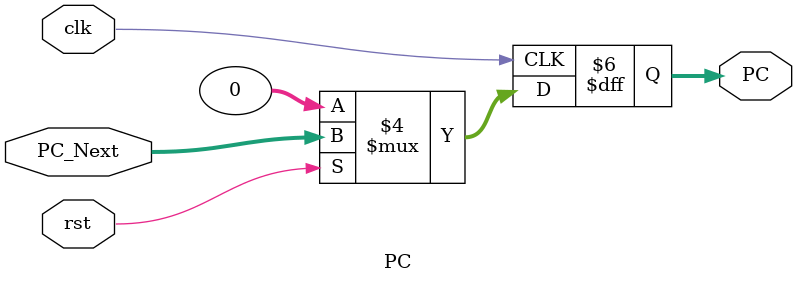
<source format=v>
module PC(clk,rst,PC,PC_Next);
    input clk,rst;
    input [31:0]PC_Next;
    output reg [31:0]PC;

    always @(posedge clk)
    begin
        if(~rst)
            PC <= {32{1'b0}};
        else
            PC <= PC_Next;
    end
endmodule
</source>
